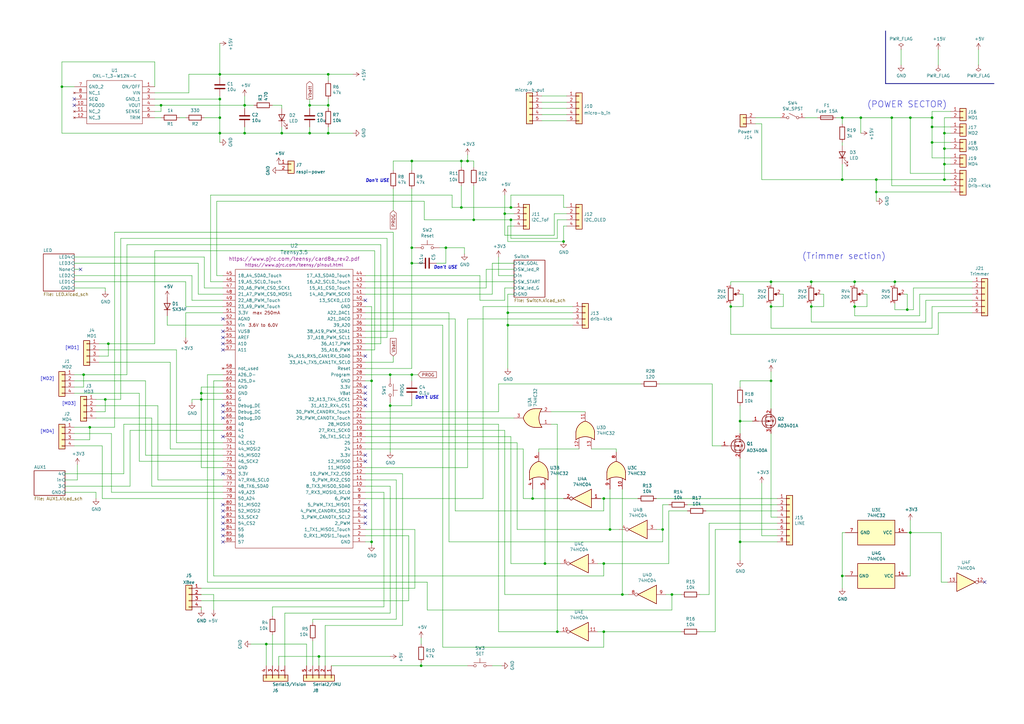
<source format=kicad_sch>
(kicad_sch (version 20211123) (generator eeschema)
  (paper "A3")
  (title_block (title "main board") (date "2022-02-20") (rev "V2.1") (company "Saeki.A"))
  (junction (at 90.17 40.64))
  (junction (at 332.74 125.73))
  (junction (at 43.18 163.83))
  (junction (at 228.6 259.08))
  (junction (at 271.78 217.17))
  (junction (at 372.11 127))
  (junction (at 209.55 90.17))
  (junction (at 359.41 78.74))
  (junction (at 250.19 217.17))
  (junction (at 209.55 85.09))
  (junction (at 387.35 54.61))
  (junction (at 172.72 273.05))
  (junction (at 168.91 107.95))
  (junction (at 82.55 161.29))
  (junction (at 82.55 163.83))
  (junction (at 387.35 67.31))
  (junction (at 168.91 66.04))
  (junction (at 66.04 43.18))
  (junction (at 275.59 243.84))
  (junction (at 247.65 259.08))
  (junction (at 247.65 231.14))
  (junction (at 134.62 54.61))
  (junction (at 299.72 125.73))
  (junction (at 134.62 43.18))
  (junction (at 134.62 30.48))
  (junction (at 152.4 222.25))
  (junction (at 353.06 48.26))
  (junction (at 191.77 66.04))
  (junction (at 303.53 222.25))
  (junction (at 373.38 48.26))
  (junction (at 208.28 133.35))
  (junction (at 332.74 115.57))
  (junction (at 359.41 73.66))
  (junction (at 207.01 87.63))
  (junction (at 115.57 54.61))
  (junction (at 208.28 128.27))
  (junction (at 100.33 54.61))
  (junction (at 255.27 243.84))
  (junction (at 218.44 204.47))
  (junction (at 345.44 236.22))
  (junction (at 373.38 218.44))
  (junction (at 303.53 172.72))
  (junction (at 365.76 48.26))
  (junction (at 316.23 115.57))
  (junction (at 130.81 269.24))
  (junction (at 247.65 204.47))
  (junction (at 231.14 99.06))
  (junction (at 168.91 153.67))
  (junction (at 223.52 231.14))
  (junction (at 387.35 60.96))
  (junction (at 316.23 156.21))
  (junction (at 160.02 153.67))
  (junction (at 34.29 153.67))
  (junction (at 382.27 52.07))
  (junction (at 109.22 264.16))
  (junction (at 44.45 140.97))
  (junction (at 168.91 101.6))
  (junction (at 100.33 43.18))
  (junction (at 367.03 115.57))
  (junction (at 189.23 66.04))
  (junction (at 90.17 30.48))
  (junction (at 350.52 115.57))
  (junction (at 189.23 85.09))
  (junction (at 194.31 90.17))
  (junction (at 152.4 156.21))
  (junction (at 382.27 58.42))
  (junction (at 387.35 73.66))
  (junction (at 127 54.61))
  (junction (at 160.02 166.37))
  (junction (at 90.17 54.61))
  (junction (at 316.23 125.73))
  (junction (at 345.44 73.66))
  (junction (at 382.27 48.26))
  (junction (at 25.4 35.56))
  (junction (at 350.52 125.73))
  (junction (at 345.44 48.26))
  (junction (at 90.17 48.26))
  (junction (at 36.83 175.26))
  (junction (at 182.88 101.6))
  (junction (at 127 43.18))
  (no_connect (at 30.48 40.64))
  (no_connect (at 149.86 158.75))
  (no_connect (at 91.44 212.09))
  (no_connect (at 91.44 166.37))
  (no_connect (at 91.44 140.97))
  (no_connect (at 91.44 209.55))
  (no_connect (at 403.86 238.76))
  (no_connect (at 149.86 207.01))
  (no_connect (at 149.86 163.83))
  (no_connect (at 91.44 171.45))
  (no_connect (at 91.44 214.63))
  (no_connect (at 149.86 123.19))
  (no_connect (at 91.44 222.25))
  (no_connect (at 149.86 166.37))
  (no_connect (at 91.44 207.01))
  (no_connect (at 91.44 138.43))
  (no_connect (at 91.44 130.81))
  (no_connect (at 149.86 161.29))
  (no_connect (at 149.86 146.05))
  (no_connect (at 33.02 110.49))
  (no_connect (at 149.86 186.69))
  (no_connect (at 91.44 217.17))
  (no_connect (at 149.86 189.23))
  (no_connect (at 91.44 168.91))
  (no_connect (at 91.44 135.89))
  (no_connect (at 149.86 212.09))
  (no_connect (at 149.86 214.63))
  (no_connect (at 91.44 179.07))
  (no_connect (at 91.44 194.31))
  (no_connect (at 91.44 143.51))
  (no_connect (at 91.44 219.71))
  (no_connect (at 30.48 43.18))
  (no_connect (at 149.86 209.55))
  (wire (pts (xy 254 217.17) (xy 250.19 217.17)))
  (wire (pts (xy 189.23 68.58) (xy 189.23 66.04)))
  (wire (pts (xy 25.4 35.56) (xy 25.4 54.61)))
  (wire (pts (xy 209.55 97.79) (xy 228.6 97.79)))
  (wire (pts (xy 149.86 115.57) (xy 210.82 115.57)))
  (wire (pts (xy 88.9 113.03) (xy 91.44 113.03)))
  (wire (pts (xy 30.48 115.57) (xy 76.2 115.57)))
  (wire (pts (xy 312.42 198.12) (xy 312.42 219.71)))
  (wire (pts (xy 398.78 118.11) (xy 374.65 118.11)))
  (wire (pts (xy 63.5 48.26) (xy 66.04 48.26)))
  (wire (pts (xy 43.18 163.83) (xy 49.53 163.83)))
  (wire (pts (xy 228.6 259.08) (xy 229.87 259.08)))
  (wire (pts (xy 242.57 184.15) (xy 252.73 184.15)))
  (wire (pts (xy 387.35 60.96) (xy 387.35 67.31)))
  (wire (pts (xy 172.72 271.78) (xy 172.72 273.05)))
  (wire (pts (xy 185.42 80.01) (xy 185.42 85.09)))
  (wire (pts (xy 355.6 120.65) (xy 355.6 125.73)))
  (wire (pts (xy 274.32 209.55) (xy 281.94 209.55)))
  (wire (pts (xy 81.28 107.95) (xy 81.28 120.65)))
  (wire (pts (xy 227.33 87.63) (xy 232.41 87.63)))
  (wire (pts (xy 161.29 95.25) (xy 161.29 135.89)))
  (wire (pts (xy 189.23 66.04) (xy 191.77 66.04)))
  (wire (pts (xy 82.55 163.83) (xy 78.74 163.83)))
  (wire (pts (xy 220.98 184.15) (xy 220.98 185.42)))
  (wire (pts (xy 309.88 50.8) (xy 312.42 50.8)))
  (wire (pts (xy 274.32 209.55) (xy 274.32 231.14)))
  (wire (pts (xy 207.01 118.11) (xy 210.82 118.11)))
  (wire (pts (xy 109.22 273.05) (xy 109.22 264.16)))
  (wire (pts (xy 134.62 30.48) (xy 144.78 30.48)))
  (wire (pts (xy 209.55 231.14) (xy 223.52 231.14)))
  (wire (pts (xy 149.86 181.61) (xy 212.09 181.61)))
  (wire (pts (xy 170.18 217.17) (xy 170.18 241.3)))
  (wire (pts (xy 40.64 140.97) (xy 44.45 140.97)))
  (wire (pts (xy 372.11 218.44) (xy 373.38 218.44)))
  (wire (pts (xy 53.34 176.53) (xy 53.34 199.39)))
  (wire (pts (xy 149.86 179.07) (xy 209.55 179.07)))
  (wire (pts (xy 321.31 120.65) (xy 321.31 125.73)))
  (wire (pts (xy 57.15 189.23) (xy 91.44 189.23)))
  (wire (pts (xy 345.44 73.66) (xy 359.41 73.66)))
  (wire (pts (xy 208.28 128.27) (xy 234.95 128.27)))
  (wire (pts (xy 78.74 163.83) (xy 78.74 165.1)))
  (wire (pts (xy 87.63 243.84) (xy 87.63 250.19)))
  (wire (pts (xy 160.02 251.46) (xy 160.02 199.39)))
  (wire (pts (xy 292.1 182.88) (xy 292.1 157.48)))
  (wire (pts (xy 196.85 113.03) (xy 196.85 123.19)))
  (wire (pts (xy 43.18 163.83) (xy 43.18 168.91)))
  (wire (pts (xy 198.12 204.47) (xy 198.12 125.73)))
  (wire (pts (xy 30.48 156.21) (xy 59.69 156.21)))
  (wire (pts (xy 172.72 273.05) (xy 191.77 273.05)))
  (wire (pts (xy 182.88 107.95) (xy 182.88 101.6)))
  (wire (pts (xy 207.01 123.19) (xy 207.01 118.11)))
  (wire (pts (xy 377.19 120.65) (xy 377.19 129.54)))
  (wire (pts (xy 149.86 168.91) (xy 204.47 168.91)))
  (wire (pts (xy 168.91 166.37) (xy 160.02 166.37)))
  (wire (pts (xy 212.09 181.61) (xy 212.09 217.17)))
  (wire (pts (xy 165.1 256.54) (xy 165.1 194.31)))
  (wire (pts (xy 160.02 153.67) (xy 168.91 153.67)))
  (wire (pts (xy 184.15 222.25) (xy 271.78 222.25)))
  (wire (pts (xy 346.71 236.22) (xy 345.44 236.22)))
  (wire (pts (xy 382.27 125.73) (xy 382.27 134.62)))
  (wire (pts (xy 86.36 115.57) (xy 91.44 115.57)))
  (wire (pts (xy 304.8 125.73) (xy 299.72 125.73)))
  (wire (pts (xy 82.55 191.77) (xy 91.44 191.77)))
  (wire (pts (xy 207.01 96.52) (xy 227.33 96.52)))
  (wire (pts (xy 350.52 129.54) (xy 350.52 125.73)))
  (wire (pts (xy 91.44 128.27) (xy 76.2 128.27)))
  (wire (pts (xy 382.27 52.07) (xy 382.27 58.42)))
  (wire (pts (xy 373.38 48.26) (xy 382.27 48.26)))
  (wire (pts (xy 168.91 153.67) (xy 168.91 156.21)))
  (wire (pts (xy 49.53 97.79) (xy 158.75 97.79)))
  (wire (pts (xy 26.67 196.85) (xy 31.75 196.85)))
  (wire (pts (xy 152.4 156.21) (xy 152.4 125.73)))
  (wire (pts (xy 365.76 48.26) (xy 373.38 48.26)))
  (wire (pts (xy 345.44 58.42) (xy 345.44 59.69)))
  (wire (pts (xy 149.86 118.11) (xy 199.39 118.11)))
  (wire (pts (xy 30.48 107.95) (xy 81.28 107.95)))
  (wire (pts (xy 345.44 236.22) (xy 345.44 241.3)))
  (wire (pts (xy 204.47 113.03) (xy 204.47 105.41)))
  (wire (pts (xy 182.88 101.6) (xy 190.5 101.6)))
  (wire (pts (xy 386.08 238.76) (xy 388.62 238.76)))
  (wire (pts (xy 250.19 200.66) (xy 250.19 217.17)))
  (wire (pts (xy 204.47 157.48) (xy 262.89 157.48)))
  (wire (pts (xy 312.42 50.8) (xy 312.42 73.66)))
  (wire (pts (xy 210.82 120.65) (xy 208.28 120.65)))
  (wire (pts (xy 387.35 73.66) (xy 389.89 73.66)))
  (wire (pts (xy 134.62 52.07) (xy 134.62 54.61)))
  (wire (pts (xy 270.51 157.48) (xy 292.1 157.48)))
  (wire (pts (xy 90.17 48.26) (xy 90.17 54.61)))
  (wire (pts (xy 208.28 128.27) (xy 208.28 133.35)))
  (wire (pts (xy 134.62 30.48) (xy 134.62 33.02)))
  (wire (pts (xy 189.23 85.09) (xy 209.55 85.09)))
  (wire (pts (xy 90.17 54.61) (xy 100.33 54.61)))
  (wire (pts (xy 222.25 46.99) (xy 232.41 46.99)))
  (wire (pts (xy 214.63 184.15) (xy 214.63 204.47)))
  (wire (pts (xy 186.69 209.55) (xy 247.65 209.55)))
  (wire (pts (xy 387.35 67.31) (xy 389.89 67.31)))
  (wire (pts (xy 345.44 48.26) (xy 353.06 48.26)))
  (wire (pts (xy 40.64 146.05) (xy 44.45 146.05)))
  (wire (pts (xy 68.58 129.54) (xy 68.58 133.35)))
  (wire (pts (xy 63.5 102.87) (xy 63.5 140.97)))
  (wire (pts (xy 30.48 113.03) (xy 78.74 113.03)))
  (wire (pts (xy 191.77 63.5) (xy 191.77 66.04)))
  (wire (pts (xy 116.84 273.05) (xy 116.84 251.46)))
  (wire (pts (xy 173.99 90.17) (xy 194.31 90.17)))
  (wire (pts (xy 359.41 78.74) (xy 389.89 78.74)))
  (wire (pts (xy 30.48 175.26) (xy 36.83 175.26)))
  (wire (pts (xy 247.65 265.43) (xy 247.65 259.08)))
  (wire (pts (xy 295.91 182.88) (xy 292.1 182.88)))
  (wire (pts (xy 127 44.45) (xy 127 43.18)))
  (wire (pts (xy 184.15 128.27) (xy 184.15 222.25)))
  (wire (pts (xy 30.48 180.34) (xy 36.83 180.34)))
  (wire (pts (xy 87.63 236.22) (xy 247.65 236.22)))
  (wire (pts (xy 209.55 179.07) (xy 209.55 231.14)))
  (wire (pts (xy 44.45 140.97) (xy 44.45 146.05)))
  (wire (pts (xy 134.62 54.61) (xy 144.78 54.61)))
  (wire (pts (xy 91.44 161.29) (xy 82.55 161.29)))
  (wire (pts (xy 204.47 168.91) (xy 204.47 157.48)))
  (wire (pts (xy 111.76 43.18) (xy 115.57 43.18)))
  (wire (pts (xy 30.48 158.75) (xy 34.29 158.75)))
  (wire (pts (xy 382.27 134.62) (xy 316.23 134.62)))
  (wire (pts (xy 209.55 85.09) (xy 210.82 85.09)))
  (wire (pts (xy 316.23 177.8) (xy 316.23 212.09)))
  (wire (pts (xy 72.39 143.51) (xy 72.39 181.61)))
  (wire (pts (xy 367.03 115.57) (xy 367.03 116.84)))
  (wire (pts (xy 332.74 115.57) (xy 332.74 116.84)))
  (wire (pts (xy 68.58 133.35) (xy 91.44 133.35)))
  (wire (pts (xy 299.72 125.73) (xy 299.72 124.46)))
  (wire (pts (xy 90.17 39.37) (xy 90.17 40.64)))
  (wire (pts (xy 204.47 259.08) (xy 228.6 259.08)))
  (wire (pts (xy 372.11 120.65) (xy 370.84 120.65)))
  (wire (pts (xy 194.31 76.2) (xy 194.31 90.17)))
  (wire (pts (xy 345.44 218.44) (xy 345.44 236.22)))
  (wire (pts (xy 73.66 48.26) (xy 76.2 48.26)))
  (wire (pts (xy 247.65 204.47) (xy 261.62 204.47)))
  (wire (pts (xy 78.74 123.19) (xy 91.44 123.19)))
  (wire (pts (xy 111.76 248.92) (xy 157.48 248.92)))
  (wire (pts (xy 316.23 115.57) (xy 332.74 115.57)))
  (wire (pts (xy 269.24 204.47) (xy 318.77 204.47)))
  (wire (pts (xy 299.72 137.16) (xy 384.81 137.16)))
  (wire (pts (xy 275.59 250.19) (xy 275.59 243.84)))
  (wire (pts (xy 245.11 231.14) (xy 247.65 231.14)))
  (wire (pts (xy 30.48 35.56) (xy 25.4 35.56)))
  (wire (pts (xy 293.37 217.17) (xy 293.37 259.08)))
  (wire (pts (xy 168.91 101.6) (xy 168.91 107.95)))
  (wire (pts (xy 367.03 115.57) (xy 398.78 115.57)))
  (wire (pts (xy 209.55 90.17) (xy 209.55 97.79)))
  (wire (pts (xy 156.21 140.97) (xy 149.86 140.97)))
  (wire (pts (xy 389.89 48.26) (xy 387.35 48.26)))
  (wire (pts (xy 223.52 200.66) (xy 223.52 231.14)))
  (wire (pts (xy 30.48 161.29) (xy 57.15 161.29)))
  (wire (pts (xy 25.4 54.61) (xy 90.17 54.61)))
  (wire (pts (xy 255.27 200.66) (xy 255.27 243.84)))
  (wire (pts (xy 222.25 41.91) (xy 232.41 41.91)))
  (wire (pts (xy 81.28 120.65) (xy 91.44 120.65)))
  (wire (pts (xy 312.42 73.66) (xy 345.44 73.66)))
  (wire (pts (xy 201.93 273.05) (xy 205.74 273.05)))
  (wire (pts (xy 168.91 163.83) (xy 168.91 166.37)))
  (wire (pts (xy 50.8 173.99) (xy 50.8 194.31)))
  (wire (pts (xy 218.44 204.47) (xy 214.63 204.47)))
  (wire (pts (xy 175.26 238.76) (xy 175.26 250.19)))
  (wire (pts (xy 91.44 158.75) (xy 82.55 158.75)))
  (wire (pts (xy 332.74 132.08) (xy 332.74 125.73)))
  (wire (pts (xy 69.85 184.15) (xy 91.44 184.15)))
  (wire (pts (xy 52.07 100.33) (xy 156.21 100.33)))
  (wire (pts (xy 100.33 43.18) (xy 100.33 44.45)))
  (wire (pts (xy 194.31 66.04) (xy 194.31 68.58)))
  (wire (pts (xy 127 54.61) (xy 134.62 54.61)))
  (wire (pts (xy 168.91 69.85) (xy 168.91 66.04)))
  (wire (pts (xy 353.06 48.26) (xy 365.76 48.26)))
  (wire (pts (xy 318.77 214.63) (xy 290.83 214.63)))
  (wire (pts (xy 342.9 48.26) (xy 345.44 48.26)))
  (wire (pts (xy 39.37 163.83) (xy 43.18 163.83)))
  (wire (pts (xy 389.89 58.42) (xy 382.27 58.42)))
  (wire (pts (xy 41.91 204.47) (xy 91.44 204.47)))
  (wire (pts (xy 209.55 80.01) (xy 231.14 80.01)))
  (wire (pts (xy 160.02 153.67) (xy 160.02 154.94)))
  (wire (pts (xy 386.08 218.44) (xy 386.08 238.76)))
  (wire (pts (xy 181.61 133.35) (xy 181.61 265.43)))
  (wire (pts (xy 162.56 254) (xy 162.56 196.85)))
  (wire (pts (xy 88.9 82.55) (xy 88.9 113.03)))
  (wire (pts (xy 30.48 118.11) (xy 43.18 118.11)))
  (wire (pts (xy 382.27 64.77) (xy 382.27 58.42)))
  (wire (pts (xy 303.53 158.75) (xy 303.53 156.21)))
  (wire (pts (xy 90.17 30.48) (xy 134.62 30.48)))
  (wire (pts (xy 365.76 76.2) (xy 389.89 76.2)))
  (bus (pts (xy 363.22 34.29) (xy 407.67 34.29)))
  (wire (pts (xy 59.69 156.21) (xy 59.69 186.69)))
  (wire (pts (xy 86.36 80.01) (xy 185.42 80.01)))
  (wire (pts (xy 91.44 153.67) (xy 85.09 153.67)))
  (wire (pts (xy 350.52 125.73) (xy 350.52 124.46)))
  (wire (pts (xy 43.18 168.91) (xy 39.37 168.91)))
  (wire (pts (xy 384.81 20.32) (xy 384.81 26.67)))
  (wire (pts (xy 76.2 125.73) (xy 91.44 125.73)))
  (wire (pts (xy 82.55 246.38) (xy 167.64 246.38)))
  (wire (pts (xy 234.95 125.73) (xy 198.12 125.73)))
  (wire (pts (xy 231.14 85.09) (xy 232.41 85.09)))
  (wire (pts (xy 153.67 143.51) (xy 149.86 143.51)))
  (wire (pts (xy 290.83 243.84) (xy 287.02 243.84)))
  (wire (pts (xy 355.6 120.65) (xy 354.33 120.65)))
  (wire (pts (xy 318.77 212.09) (xy 316.23 212.09)))
  (wire (pts (xy 91.44 173.99) (xy 50.8 173.99)))
  (wire (pts (xy 134.62 43.18) (xy 134.62 44.45)))
  (wire (pts (xy 115.57 43.18) (xy 115.57 44.45)))
  (wire (pts (xy 160.02 165.1) (xy 160.02 166.37)))
  (wire (pts (xy 30.48 110.49) (xy 33.02 110.49)))
  (wire (pts (xy 207.01 243.84) (xy 255.27 243.84)))
  (wire (pts (xy 50.8 194.31) (xy 26.67 194.31)))
  (wire (pts (xy 63.5 40.64) (xy 90.17 40.64)))
  (wire (pts (xy 152.4 125.73) (xy 149.86 125.73)))
  (wire (pts (xy 39.37 166.37) (xy 64.77 166.37)))
  (wire (pts (xy 332.74 115.57) (xy 350.52 115.57)))
  (wire (pts (xy 384.81 128.27) (xy 384.81 137.16)))
  (wire (pts (xy 130.81 269.24) (xy 130.81 273.05)))
  (wire (pts (xy 168.91 66.04) (xy 189.23 66.04)))
  (wire (pts (xy 87.63 156.21) (xy 87.63 236.22)))
  (wire (pts (xy 149.86 217.17) (xy 170.18 217.17)))
  (wire (pts (xy 127 52.07) (xy 127 54.61)))
  (wire (pts (xy 91.44 156.21) (xy 87.63 156.21)))
  (wire (pts (xy 30.48 153.67) (xy 34.29 153.67)))
  (wire (pts (xy 346.71 218.44) (xy 345.44 218.44)))
  (wire (pts (xy 173.99 90.17) (xy 173.99 82.55)))
  (wire (pts (xy 379.73 132.08) (xy 332.74 132.08)))
  (wire (pts (xy 199.39 110.49) (xy 210.82 110.49)))
  (wire (pts (xy 100.33 54.61) (xy 115.57 54.61)))
  (wire (pts (xy 185.42 85.09) (xy 189.23 85.09)))
  (wire (pts (xy 382.27 52.07) (xy 389.89 52.07)))
  (wire (pts (xy 168.91 153.67) (xy 171.45 153.67)))
  (wire (pts (xy 90.17 17.78) (xy 90.17 30.48)))
  (wire (pts (xy 196.85 123.19) (xy 207.01 123.19)))
  (wire (pts (xy 49.53 163.83) (xy 49.53 97.79)))
  (wire (pts (xy 149.86 204.47) (xy 198.12 204.47)))
  (wire (pts (xy 337.82 120.65) (xy 337.82 125.73)))
  (wire (pts (xy 173.99 82.55) (xy 88.9 82.55)))
  (wire (pts (xy 30.48 182.88) (xy 41.91 182.88)))
  (wire (pts (xy 76.2 115.57) (xy 76.2 125.73)))
  (wire (pts (xy 149.86 173.99) (xy 204.47 173.99)))
  (wire (pts (xy 86.36 80.01) (xy 86.36 115.57)))
  (wire (pts (xy 149.86 120.65) (xy 201.93 120.65)))
  (wire (pts (xy 250.19 217.17) (xy 212.09 217.17)))
  (wire (pts (xy 350.52 115.57) (xy 350.52 116.84)))
  (wire (pts (xy 165.1 194.31) (xy 149.86 194.31)))
  (wire (pts (xy 247.65 231.14) (xy 274.32 231.14)))
  (wire (pts (xy 161.29 69.85) (xy 161.29 66.04)))
  (wire (pts (xy 398.78 125.73) (xy 382.27 125.73)))
  (wire (pts (xy 204.47 173.99) (xy 204.47 259.08)))
  (wire (pts (xy 210.82 92.71) (xy 208.28 92.71)))
  (wire (pts (xy 231.14 99.06) (xy 231.14 92.71)))
  (wire (pts (xy 218.44 200.66) (xy 218.44 204.47)))
  (wire (pts (xy 100.33 39.37) (xy 100.33 43.18)))
  (wire (pts (xy 52.07 153.67) (xy 52.07 100.33)))
  (wire (pts (xy 299.72 115.57) (xy 316.23 115.57)))
  (wire (pts (xy 26.67 201.93) (xy 39.37 201.93)))
  (wire (pts (xy 149.86 156.21) (xy 152.4 156.21)))
  (wire (pts (xy 398.78 128.27) (xy 384.81 128.27)))
  (wire (pts (xy 316.23 152.4) (xy 316.23 156.21)))
  (wire (pts (xy 82.55 158.75) (xy 82.55 161.29)))
  (wire (pts (xy 279.4 259.08) (xy 247.65 259.08)))
  (wire (pts (xy 209.55 90.17) (xy 210.82 90.17)))
  (wire (pts (xy 69.85 148.59) (xy 69.85 184.15)))
  (wire (pts (xy 316.23 125.73) (xy 316.23 124.46)))
  (wire (pts (xy 115.57 52.07) (xy 115.57 54.61)))
  (wire (pts (xy 77.47 30.48) (xy 90.17 30.48)))
  (wire (pts (xy 149.86 148.59) (xy 161.29 148.59)))
  (wire (pts (xy 45.72 201.93) (xy 91.44 201.93)))
  (wire (pts (xy 373.38 218.44) (xy 386.08 218.44)))
  (wire (pts (xy 269.24 217.17) (xy 271.78 217.17)))
  (wire (pts (xy 318.77 217.17) (xy 293.37 217.17)))
  (wire (pts (xy 226.06 168.91) (xy 240.03 168.91)))
  (wire (pts (xy 66.04 43.18) (xy 100.33 43.18)))
  (wire (pts (xy 271.78 217.17) (xy 271.78 207.01)))
  (wire (pts (xy 31.75 196.85) (xy 31.75 190.5)))
  (wire (pts (xy 373.38 71.12) (xy 389.89 71.12)))
  (wire (pts (xy 128.27 273.05) (xy 128.27 262.89)))
  (wire (pts (xy 63.5 45.72) (xy 66.04 45.72)))
  (wire (pts (xy 337.82 120.65) (xy 336.55 120.65)))
  (wire (pts (xy 316.23 115.57) (xy 316.23 116.84)))
  (wire (pts (xy 281.94 207.01) (xy 318.77 207.01)))
  (wire (pts (xy 168.91 107.95) (xy 168.91 151.13)))
  (wire (pts (xy 246.38 204.47) (xy 247.65 204.47)))
  (wire (pts (xy 372.11 127) (xy 367.03 127)))
  (wire (pts (xy 63.5 43.18) (xy 66.04 43.18)))
  (wire (pts (xy 167.64 219.71) (xy 149.86 219.71)))
  (wire (pts (xy 227.33 87.63) (xy 227.33 96.52)))
  (wire (pts (xy 374.65 118.11) (xy 374.65 127)))
  (wire (pts (xy 279.4 243.84) (xy 275.59 243.84)))
  (wire (pts (xy 83.82 105.41) (xy 83.82 118.11)))
  (wire (pts (xy 168.91 101.6) (xy 170.18 101.6)))
  (wire (pts (xy 293.37 259.08) (xy 287.02 259.08)))
  (wire (pts (xy 201.93 120.65) (xy 201.93 107.95)))
  (wire (pts (xy 149.86 184.15) (xy 214.63 184.15)))
  (wire (pts (xy 36.83 175.26) (xy 46.99 175.26)))
  (wire (pts (xy 158.75 138.43) (xy 149.86 138.43)))
  (wire (pts (xy 62.23 171.45) (xy 62.23 199.39)))
  (wire (pts (xy 46.99 175.26) (xy 46.99 95.25)))
  (wire (pts (xy 149.86 133.35) (xy 181.61 133.35)))
  (wire (pts (xy 359.41 73.66) (xy 387.35 73.66)))
  (wire (pts (xy 222.25 39.37) (xy 232.41 39.37)))
  (wire (pts (xy 304.8 120.65) (xy 304.8 125.73)))
  (wire (pts (xy 207.01 80.01) (xy 207.01 87.63)))
  (wire (pts (xy 161.29 148.59) (xy 161.29 146.05)))
  (wire (pts (xy 304.8 120.65) (xy 303.53 120.65)))
  (wire (pts (xy 387.35 67.31) (xy 387.35 73.66)))
  (wire (pts (xy 316.23 156.21) (xy 316.23 167.64)))
  (wire (pts (xy 231.14 204.47) (xy 218.44 204.47)))
  (wire (pts (xy 152.4 222.25) (xy 152.4 223.52)))
  (wire (pts (xy 40.64 143.51) (xy 72.39 143.51)))
  (wire (pts (xy 398.78 123.19) (xy 379.73 123.19)))
  (wire (pts (xy 85.09 238.76) (xy 175.26 238.76)))
  (wire (pts (xy 303.53 187.96) (xy 303.53 222.25)))
  (wire (pts (xy 171.45 107.95) (xy 168.91 107.95)))
  (wire (pts (xy 149.86 128.27) (xy 184.15 128.27)))
  (wire (pts (xy 91.44 163.83) (xy 82.55 163.83)))
  (wire (pts (xy 34.29 158.75) (xy 34.29 153.67)))
  (wire (pts (xy 374.65 127) (xy 372.11 127)))
  (wire (pts (xy 158.75 97.79) (xy 158.75 138.43)))
  (wire (pts (xy 115.57 54.61) (xy 127 54.61)))
  (wire (pts (xy 398.78 120.65) (xy 377.19 120.65)))
  (wire (pts (xy 303.53 222.25) (xy 318.77 222.25)))
  (wire (pts (xy 222.25 44.45) (xy 232.41 44.45)))
  (wire (pts (xy 401.32 20.32) (xy 401.32 26.67)))
  (wire (pts (xy 208.28 99.06) (xy 231.14 99.06)))
  (wire (pts (xy 191.77 130.81) (xy 191.77 191.77)))
  (wire (pts (xy 168.91 66.04) (xy 161.29 66.04)))
  (wire (pts (xy 156.21 100.33) (xy 156.21 140.97)))
  (wire (pts (xy 82.55 250.19) (xy 82.55 248.92)))
  (wire (pts (xy 128.27 255.27) (xy 128.27 254)))
  (wire (pts (xy 30.48 177.8) (xy 45.72 177.8)))
  (wire (pts (xy 359.41 82.55) (xy 359.41 78.74)))
  (wire (pts (xy 53.34 199.39) (xy 26.67 199.39)))
  (wire (pts (xy 30.48 105.41) (xy 83.82 105.41)))
  (wire (pts (xy 76.2 128.27) (xy 76.2 138.43)))
  (wire (pts (xy 64.77 166.37) (xy 64.77 196.85)))
  (wire (pts (xy 153.67 102.87) (xy 153.67 143.51)))
  (wire (pts (xy 134.62 40.64) (xy 134.62 43.18)))
  (wire (pts (xy 229.87 231.14) (xy 223.52 231.14)))
  (wire (pts (xy 303.53 222.25) (xy 303.53 229.87)))
  (wire (pts (xy 303.53 156.21) (xy 316.23 156.21)))
  (wire (pts (xy 373.38 218.44) (xy 373.38 236.22)))
  (wire (pts (xy 82.55 163.83) (xy 82.55 191.77)))
  (wire (pts (xy 303.53 172.72) (xy 308.61 172.72)))
  (wire (pts (xy 355.6 125.73) (xy 350.52 125.73)))
  (wire (pts (xy 64.77 196.85) (xy 91.44 196.85)))
  (wire (pts (xy 208.28 120.65) (xy 208.28 128.27)))
  (wire (pts (xy 345.44 48.26) (xy 345.44 50.8)))
  (wire (pts (xy 25.4 25.4) (xy 25.4 35.56)))
  (wire (pts (xy 255.27 243.84) (xy 257.81 243.84)))
  (wire (pts (xy 161.29 77.47) (xy 161.29 86.36)))
  (wire (pts (xy 162.56 196.85) (xy 149.86 196.85)))
  (wire (pts (xy 365.76 76.2) (xy 365.76 48.26)))
  (wire (pts (xy 152.4 222.25) (xy 152.4 156.21)))
  (wire (pts (xy 63.5 102.87) (xy 153.67 102.87)))
  (wire (pts (xy 389.89 45.72) (xy 382.27 45.72)))
  (wire (pts (xy 208.28 92.71) (xy 208.28 99.06)))
  (wire (pts (xy 46.99 95.25) (xy 161.29 95.25)))
  (wire (pts (xy 179.07 107.95) (xy 182.88 107.95)))
  (wire (pts (xy 228.6 173.99) (xy 228.6 259.08)))
  (wire (pts (xy 39.37 201.93) (xy 39.37 204.47)))
  (wire (pts (xy 45.72 177.8) (xy 45.72 201.93)))
  (wire (pts (xy 222.25 49.53) (xy 232.41 49.53)))
  (wire (pts (xy 379.73 123.19) (xy 379.73 132.08)))
  (wire (pts (xy 100.33 52.07) (xy 100.33 54.61)))
  (wire (pts (xy 309.88 48.26) (xy 320.04 48.26)))
  (wire (pts (xy 172.72 261.62) (xy 172.72 264.16)))
  (wire (pts (xy 303.53 166.37) (xy 303.53 172.72)))
  (bus (pts (xy 363.22 12.7) (xy 363.22 34.29)))
  (wire (pts (xy 90.17 54.61) (xy 90.17 58.42)))
  (wire (pts (xy 209.55 85.09) (xy 209.55 80.01)))
  (wire (pts (xy 85.09 153.67) (xy 85.09 238.76)))
  (wire (pts (xy 149.86 113.03) (xy 196.85 113.03)))
  (wire (pts (xy 201.93 107.95) (xy 210.82 107.95)))
  (wire (pts (xy 157.48 201.93) (xy 149.86 201.93)))
  (wire (pts (xy 34.29 153.67) (xy 52.07 153.67)))
  (wire (pts (xy 127 43.18) (xy 134.62 43.18)))
  (wire (pts (xy 66.04 45.72) (xy 66.04 43.18)))
  (wire (pts (xy 382.27 48.26) (xy 382.27 52.07)))
  (wire (pts (xy 125.73 273.05) (xy 125.73 264.16)))
  (wire (pts (xy 387.35 54.61) (xy 389.89 54.61)))
  (wire (pts (xy 130.81 269.24) (xy 114.3 269.24)))
  (wire (pts (xy 39.37 171.45) (xy 62.23 171.45)))
  (wire (pts (xy 62.23 199.39) (xy 91.44 199.39)))
  (wire (pts (xy 207.01 176.53) (xy 207.01 243.84)))
  (wire (pts (xy 114.3 269.24) (xy 114.3 273.05)))
  (wire (pts (xy 109.22 264.16) (xy 102.87 264.16)))
  (wire (pts (xy 175.26 250.19) (xy 275.59 250.19)))
  (wire (pts (xy 160.02 199.39) (xy 149.86 199.39)))
  (wire (pts (xy 40.64 148.59) (xy 69.85 148.59)))
  (wire (pts (xy 210.82 113.03) (xy 204.47 113.03)))
  (wire (pts (xy 125.73 264.16) (xy 109.22 264.16)))
  (wire (pts (xy 289.56 209.55) (xy 318.77 209.55)))
  (wire (pts (xy 135.89 273.05) (xy 172.72 273.05)))
  (wire (pts (xy 57.15 161.29) (xy 57.15 189.23)))
  (wire (pts (xy 252.73 184.15) (xy 252.73 185.42)))
  (wire (pts (xy 226.06 173.99) (xy 228.6 173.99)))
  (wire (pts (xy 189.23 76.2) (xy 189.23 85.09)))
  (wire (pts (xy 82.55 161.29) (xy 82.55 163.83)))
  (wire (pts (xy 330.2 48.26) (xy 335.28 48.26)))
  (wire (pts (xy 83.82 118.11) (xy 91.44 118.11)))
  (wire (pts (xy 247.65 259.08) (xy 245.11 259.08)))
  (wire (pts (xy 111.76 260.35) (xy 111.76 273.05)))
  (wire (pts (xy 116.84 251.46) (xy 160.02 251.46)))
  (wire (pts (xy 180.34 101.6) (xy 182.88 101.6)))
  (wire (pts (xy 271.78 207.01) (xy 274.32 207.01)))
  (wire (pts (xy 382.27 45.72) (xy 382.27 48.26)))
  (wire (pts (xy 43.18 118.11) (xy 43.18 119.38)))
  (wire (pts (xy 275.59 243.84) (xy 273.05 243.84)))
  (wire (pts (xy 377.19 129.54) (xy 350.52 129.54)))
  (wire (pts (xy 111.76 248.92) (xy 111.76 252.73)))
  (wire (pts (xy 290.83 214.63) (xy 290.83 243.84)))
  (wire (pts (xy 369.57 20.32) (xy 369.57 26.67)))
  (wire (pts (xy 207.01 87.63) (xy 207.01 96.52)))
  (wire (pts (xy 59.69 186.69) (xy 91.44 186.69)))
  (wire (pts (xy 82.55 243.84) (xy 87.63 243.84)))
  (wire (pts (xy 299.72 137.16) (xy 299.72 125.73)))
  (wire (pts (xy 149.86 171.45) (xy 210.82 171.45)))
  (wire (pts (xy 373.38 48.26) (xy 373.38 71.12)))
  (wire (pts (xy 387.35 48.26) (xy 387.35 54.61)))
  (wire (pts (xy 186.69 130.81) (xy 186.69 209.55)))
  (wire (pts (xy 321.31 120.65) (xy 320.04 120.65)))
  (wire (pts (xy 228.6 90.17) (xy 232.41 90.17)))
  (wire (pts (xy 83.82 48.26) (xy 90.17 48.26)))
  (wire (pts (xy 194.31 90.17) (xy 209.55 90.17)))
  (wire (pts (xy 299.72 115.57) (xy 299.72 116.84)))
  (wire (pts (xy 332.74 125.73) (xy 332.74 124.46)))
  (wire (pts (xy 149.86 153.67) (xy 160.02 153.67)))
  (wire (pts (xy 63.5 35.56) (xy 63.5 25.4)))
  (wire (pts (xy 63.5 25.4) (xy 25.4 25.4)))
  (wire (pts (xy 127 40.64) (xy 127 43.18)))
  (wire (pts (xy 72.39 181.61) (xy 91.44 181.61)))
  (wire (pts (xy 345.44 67.31) (xy 345.44 73.66)))
  (wire (pts (xy 130.81 269.24) (xy 160.02 269.24)))
  (wire (pts (xy 191.77 66.04) (xy 194.31 66.04)))
  (wire (pts (xy 373.38 218.44) (xy 373.38 213.36)))
  (wire (pts (xy 128.27 254) (xy 162.56 254)))
  (wire (pts (xy 190.5 101.6) (xy 190.5 104.14)))
  (wire (pts (xy 247.65 209.55) (xy 247.65 204.47)))
  (wire (pts (xy 207.01 87.63) (xy 210.82 87.63)))
  (wire (pts (xy 372.11 120.65) (xy 372.11 127)))
  (wire (pts (xy 208.28 133.35) (xy 208.28 151.13)))
  (wire (pts (xy 350.52 115.57) (xy 367.03 115.57)))
  (wire (pts (xy 231.14 80.01) (xy 231.14 85.09)))
  (wire (pts (xy 208.28 133.35) (xy 234.95 133.35)))
  (wire (pts (xy 160.02 166.37) (xy 160.02 185.42)))
  (wire (pts (xy 373.38 236.22) (xy 372.11 236.22)))
  (wire (pts (xy 63.5 38.1) (xy 77.47 38.1)))
  (wire (pts (xy 303.53 172.72) (xy 303.53 177.8)))
  (wire (pts (xy 149.86 176.53) (xy 207.01 176.53)))
  (wire (pts (xy 337.82 125.73) (xy 332.74 125.73)))
  (wire (pts (xy 149.86 222.25) (xy 152.4 222.25)))
  (wire (pts (xy 36.83 180.34) (xy 36.83 175.26)))
  (wire (pts (xy 353.06 48.26) (xy 353.06 54.61)))
  (wire (pts (xy 167.64 219.71) (xy 167.64 246.38)))
  (wire (pts (xy 133.35 256.54) (xy 165.1 256.54)))
  (wire (pts (xy 312.42 219.71) (xy 318.77 219.71)))
  (wire (pts (xy 359.41 78.74) (xy 359.41 73.66)))
  (wire (pts (xy 168.91 151.13) (xy 149.86 151.13)))
  (wire (pts (xy 228.6 90.17) (xy 228.6 97.79)))
  (wire (pts (xy 41.91 182.88) (xy 41.91 204.47)))
  (wire (pts (xy 133.35 256.54) (xy 133.35 273.05)))
  (wire (pts (xy 82.55 241.3) (xy 170.18 241.3)))
  (wire (pts (xy 387.35 54.61) (xy 387.35 60.96)))
  (wire (pts (xy 91.44 176.53) (xy 53.34 176.53)))
  (wire (pts (xy 387.35 60.96) (xy 389.89 60.96)))
  (wire (pts (xy 161.29 135.89) (xy 149.86 135.89)))
  (wire (pts (xy 237.49 184.15) (xy 220.98 184.15)))
  (wire (pts (xy 231.14 92.71) (xy 232.41 92.71)))
  (wire (pts (xy 90.17 40.64) (xy 90.17 48.26)))
  (wire (pts (xy 316.23 134.62) (xy 316.23 125.73)))
  (wire (pts (xy 247.65 236.22) (xy 247.65 231.14)))
  (wire (pts (xy 100.33 43.18) (xy 104.14 43.18)))
  (wire (pts (xy 157.48 248.92) (xy 157.48 201.93)))
  (wire (pts (xy 63.5 140.97) (xy 44.45 140.97)))
  (wire (pts (xy 199.39 118.11) (xy 199.39 110.49)))
  (wire (pts (xy 321.31 125.73) (xy 316.23 125.73)))
  (wire (pts (xy 389.89 64.77) (xy 382.27 64.77)))
  (wire (pts (xy 271.78 222.25) (xy 271.78 217.17)))
  (wire (pts (xy 234.95 130.81) (xy 191.77 130.81)))
  (wire (pts (xy 149.86 130.81) (xy 186.69 130.81)))
  (wire (pts (xy 90.17 31.75) (xy 90.17 30.48)))
  (wire (pts (xy 77.47 30.48) (xy 77.47 38.1)))
  (wire (pts (xy 181.61 265.43) (xy 247.65 265.43)))
  (wire (pts (xy 367.03 127) (xy 367.03 124.46)))
  (wire (pts (xy 168.91 77.47) (xy 168.91 101.6)))
  (wire (pts (xy 78.74 113.03) (xy 78.74 123.19)))
  (wire (pts (xy 191.77 191.77) (xy 149.86 191.77)))
  (text "(POWER SECTOR)" (at 355.6 44.45 0) (effects (font (size 2.54 2.54)) (justify left bottom)))
  (text "(Trimmer section)" (at 328.93 106.68 0) (effects (font (size 2.54 2.54)) (justify left bottom)))
  (text "Don't USE" (at 170.18 163.83 0) (effects (font (size 1.27 1.27) (thickness 0.254) bold italic) (justify left bottom)))
  (text "[MD3]" (at 25.4 166.37 0) (effects (font (size 1.27 1.27)) (justify left bottom)))
  (text "[MD2]" (at 16.51 156.21 0) (effects (font (size 1.27 1.27)) (justify left bottom)))
  (text "Don't USE" (at 177.8 110.49 0) (effects (font (size 1.27 1.27) (thickness 0.254) bold italic) (justify left bottom)))
  (text "[MD1]" (at 26.67 143.51 0) (effects (font (size 1.27 1.27)) (justify left bottom)))
  (text "Don't USE" (at 149.86 74.93 0) (effects (font (size 1.27 1.27) (thickness 0.254) bold italic) (justify left bottom)))
  (text "[MD4]" (at 16.51 177.8 0) (effects (font (size 1.27 1.27)) (justify left bottom)))
  (global_label "Vbatt" (shape input) (at 161.29 146.05 90) (property "Intersheet References" "${INTERSHEET_REFS}" (effects hide)))
  (global_label "PROG" (shape input) (at 161.29 86.36 270) (property "Intersheet References" "${INTERSHEET_REFS}" (effects hide)))
  (global_label "PROG" (shape input) (at 171.45 153.67 0) (property "Intersheet References" "${INTERSHEET_REFS}" (effects hide)))
  (global_label "Vbatt" (shape output) (at 127 40.64 90) (property "Intersheet References" "${INTERSHEET_REFS}" (effects hide)))
  (symbol (lib_id "0.main.mega:C") (at 90.17 35.56 0) (unit 1)
    (property "Reference" "C1" (at 93.091 34.3916 0) (effects (justify left)))
    (property "Value" "10u" (at 93.091 36.703 0) (effects (justify left)))
    (property "Footprint" "Capacitor_SMD:C_0603_1608Metric_Pad1.08x0.95mm_HandSolder" (effects hide))
  )
  (symbol (lib_id "0.main.mega:C") (at 100.33 48.26 0) (unit 1)
    (property "Reference" "C2" (at 103.251 47.0916 0) (effects (justify left)))
    (property "Value" "10u" (at 103.251 49.403 0) (effects (justify left)))
    (property "Footprint" "Capacitor_SMD:C_0603_1608Metric_Pad1.08x0.95mm_HandSolder" (effects hide))
  )
  (symbol (lib_id "0.main.mega:OKL-T_6-W12N-C") (at 63.5 35.56 0) (mirror y) (unit 1)
    (property "Reference" "U1" (at 46.99 28.829 0))
    (property "Value" "OKL-T_3-W12N-C" (at 46.99 31.1404 0))
    (property "Footprint" "0.main.robot:OKL-T3-W12N-C" (effects hide))
    (property "Description" "MURATA POWER SOLUTIONS - OKL-T/6-W12N-C - DC/DC CONVERTER, 30W, ADJ OUTPUT" (effects hide))
    (property "Manufacturer_Name" "Murata Electronics" (effects hide))
    (property "Manufacturer_Part_Number" "OKL-T/6-W12N-C" (effects hide))
    (property "Mouser Part Number" "580-OKL-T/6-W12N-C" (effects hide))
    (property "Mouser Price/Stock" "https://www.mouser.com/Search/Refine.aspx?Keyword=580-OKL-T%2F6-W12N-C" (effects hide))
    (property "RS Part Number" "1736944P" (effects hide))
    (property "RS Price/Stock" "http://uk.rs-online.com/web/p/products/1736944P" (effects hide))
  )
  (symbol (lib_id "power:+5V") (at 316.23 152.4 0) (unit 1)
    (property "Reference" "#PWR030" (effects hide))
    (property "Value" "+5V" (at 316.611 148.0058 0))
  )
  (symbol (lib_id "power:GND") (at 303.53 229.87 0) (unit 1)
    (property "Reference" "#PWR028" (effects hide))
    (property "Value" "GND" (at 303.657 234.2642 0))
  )
  (symbol (lib_id "0.main.mega:Conn_01x04") (at 215.9 87.63 0) (unit 1)
    (property "Reference" "J11" (at 217.932 87.8332 0) (effects (justify left)))
    (property "Value" "I2C_ToF" (at 217.932 90.1446 0) (effects (justify left)))
    (property "Footprint" "0.main.robot:JSTS4B-ZRLFSN" (effects hide))
  )
  (symbol (lib_id "0.main.mega:R") (at 189.23 72.39 0) (unit 1)
    (property "Reference" "R11" (at 184.15 71.12 0) (effects (justify left)))
    (property "Value" "10k" (at 184.15 73.66 0) (effects (justify left)))
    (property "Footprint" "Resistor_SMD:R_0603_1608Metric_Pad0.98x0.95mm_HandSolder" (effects hide))
  )
  (symbol (lib_id "0.main.mega:R") (at 194.31 72.39 0) (unit 1)
    (property "Reference" "R12" (at 196.088 71.2216 0) (effects (justify left)))
    (property "Value" "10k" (at 196.088 73.533 0) (effects (justify left)))
    (property "Footprint" "Resistor_SMD:R_0603_1608Metric_Pad0.98x0.95mm_HandSolder" (effects hide))
  )
  (symbol (lib_id "power:GND") (at 102.87 264.16 270) (unit 1)
    (property "Reference" "#PWR012" (effects hide))
    (property "Value" "GND" (at 98.4758 264.287 0))
  )
  (symbol (lib_id "power:GND") (at 345.44 241.3 0) (unit 1)
    (property "Reference" "#PWR031" (effects hide))
    (property "Value" "GND" (at 345.567 245.6942 0))
  )
  (symbol (lib_id "Diode:1N4001") (at 68.58 125.73 90) (unit 1)
    (property "Reference" "D1" (at 70.5866 124.5616 90) (effects (justify right)))
    (property "Value" "SX34F" (at 70.5866 126.873 90) (effects (justify right)))
    (property "Footprint" "Diode_SMD:D_SMA" (effects hide))
    (property "Datasheet" "http://www.vishay.com/docs/88503/1n4001.pdf" (effects hide))
  )
  (symbol (lib_id "power:+5V") (at 68.58 121.92 0) (unit 1)
    (property "Reference" "#PWR04" (effects hide))
    (property "Value" "+5V" (at 68.961 117.5258 0))
  )
  (symbol (lib_id "0.main.mega:R") (at 69.85 48.26 270) (unit 1)
    (property "Reference" "R1" (at 69.85 50.8 90))
    (property "Value" "1k" (at 69.85 45.3136 90))
    (property "Footprint" "Resistor_THT:R_Axial_DIN0204_L3.6mm_D1.6mm_P5.08mm_Horizontal" (effects hide))
  )
  (symbol (lib_id "0.main.mega:R") (at 80.01 48.26 270) (unit 1)
    (property "Reference" "R2" (at 80.01 50.8 90))
    (property "Value" "330" (at 80.01 45.3136 90))
    (property "Footprint" "Resistor_THT:R_Axial_DIN0204_L3.6mm_D1.6mm_P5.08mm_Horizontal" (effects hide))
  )
  (symbol (lib_id "0.main.mega:R") (at 107.95 43.18 90) (unit 1)
    (property "Reference" "R3" (at 106.7816 41.402 0) (effects (justify left)))
    (property "Value" "470" (at 109.093 41.402 0) (effects (justify left)))
    (property "Footprint" "Resistor_SMD:R_0603_1608Metric_Pad0.98x0.95mm_HandSolder" (effects hide))
  )
  (symbol (lib_id "power:+5V") (at 100.33 39.37 0) (unit 1)
    (property "Reference" "#PWR011" (effects hide))
    (property "Value" "+5V" (at 100.711 34.9758 0))
  )
  (symbol (lib_id "Connector_Generic:Conn_01x05") (at 130.81 278.13 270) (unit 1)
    (property "Reference" "J8" (at 128.27 283.21 90) (effects (justify left)))
    (property "Value" "Serial2/IMU" (at 128.27 280.67 90) (effects (justify left)))
    (property "Footprint" "Connector_PinSocket_2.54mm:PinSocket_1x05_P2.54mm_Vertical" (effects hide))
  )
  (symbol (lib_id "power:+5V") (at 207.01 80.01 0) (unit 1)
    (property "Reference" "#PWR025" (effects hide))
    (property "Value" "+5V" (at 207.391 75.6158 0))
  )
  (symbol (lib_id "0.main.mega:Conn_01x04") (at 114.3 278.13 270) (unit 1)
    (property "Reference" "J6" (at 111.76 283.21 90) (effects (justify left)))
    (property "Value" "Serial3/Vision" (at 111.76 280.67 90) (effects (justify left)))
    (property "Footprint" "0.main.robot:JSTB4B-ZR" (effects hide))
  )
  (symbol (lib_id "power:+5V") (at 401.32 20.32 0) (unit 1)
    (property "Reference" "#PWR037" (effects hide))
    (property "Value" "+5V" (at 401.701 15.9258 0))
  )
  (symbol (lib_id "power:GND") (at 369.57 26.67 0) (unit 1)
    (property "Reference" "#PWR034" (effects hide))
    (property "Value" "GND" (at 369.697 31.0642 0))
  )
  (symbol (lib_id "power:PWR_FLAG") (at 369.57 20.32 0) (unit 1)
    (property "Reference" "#FLG01" (effects hide))
    (property "Value" "PWR_FLAG" (at 369.57 15.9258 0))
  )
  (symbol (lib_id "power:PWR_FLAG") (at 401.32 26.67 180) (unit 1)
    (property "Reference" "#FLG03" (effects hide))
    (property "Value" "PWR_FLAG" (at 401.32 31.0642 0))
  )
  (symbol (lib_id "74xx:74LS32") (at 218.44 171.45 180) (unit 1)
    (property "Reference" "U3" (at 217.2716 166.878 90) (effects (justify right)))
    (property "Value" "74HC32" (at 219.583 166.878 90) (effects (justify right)))
    (property "Footprint" "0.main.robot:SOP14W" (effects hide))
    (property "Datasheet" "http://www.ti.com/lit/gpn/sn74LS32" (effects hide))
  )
  (symbol (lib_id "74xx:74LS32") (at 220.98 193.04 90) (unit 2)
    (property "Reference" "U3" (at 225.552 191.8716 90) (effects (justify right)))
    (property "Value" "74HC32" (at 225.552 194.183 90) (effects (justify right)))
    (property "Footprint" "0.main.robot:SOP14W" (effects hide))
    (property "Datasheet" "http://www.ti.com/lit/gpn/sn74LS32" (effects hide))
  )
  (symbol (lib_id "74xx:74LS32") (at 252.73 193.04 90) (unit 3)
    (property "Reference" "U3" (at 257.302 191.8716 90) (effects (justify right)))
    (property "Value" "74HC32" (at 257.302 194.183 90) (effects (justify right)))
    (property "Footprint" "0.main.robot:SOP14W" (effects hide))
    (property "Datasheet" "http://www.ti.com/lit/gpn/sn74LS32" (effects hide))
  )
  (symbol (lib_id "0.main.mega:R") (at 134.62 48.26 0) (unit 1)
    (property "Reference" "R7" (at 136.398 47.0916 0) (effects (justify left)))
    (property "Value" "10k" (at 136.398 49.403 0) (effects (justify left)))
    (property "Footprint" "Resistor_SMD:R_0603_1608Metric_Pad0.98x0.95mm_HandSolder" (effects hide))
  )
  (symbol (lib_id "0.main.mega:R") (at 134.62 36.83 0) (unit 1)
    (property "Reference" "R6" (at 136.398 35.6616 0) (effects (justify left)))
    (property "Value" "47k" (at 136.398 37.973 0) (effects (justify left)))
    (property "Footprint" "Resistor_SMD:R_0603_1608Metric_Pad0.98x0.95mm_HandSolder" (effects hide))
  )
  (symbol (lib_id "0.main.mega:C") (at 127 48.26 0) (unit 1)
    (property "Reference" "C3" (at 129.921 47.0916 0) (effects (justify left)))
    (property "Value" "10u" (at 129.921 49.403 0) (effects (justify left)))
    (property "Footprint" "Capacitor_SMD:C_0603_1608Metric_Pad1.08x0.95mm_HandSolder" (effects hide))
  )
  (symbol (lib_id "0.main.mega:Conn_01x04") (at 237.49 87.63 0) (unit 1)
    (property "Reference" "J12" (at 239.522 87.8332 0) (effects (justify left)))
    (property "Value" "I2C_OLED" (at 239.522 90.1446 0) (effects (justify left)))
    (property "Footprint" "0.main.robot:OLED" (effects hide))
  )
  (symbol (lib_id "Switch:SW_Push") (at 175.26 101.6 0) (unit 1)
    (property "Reference" "SW2" (at 175.26 94.361 0))
    (property "Value" "Reset" (at 175.26 96.6724 0))
    (property "Footprint" "0.main.robot:THAU13-AB-R" (effects hide))
  )
  (symbol (lib_id "74xx:74HC04") (at 238.76 204.47 0) (mirror y) (unit 1)
    (property "Reference" "U4" (at 238.76 196.4182 0))
    (property "Value" "74HC04" (at 238.76 198.7296 0))
    (property "Footprint" "0.main.robot:SOP14W" (effects hide))
    (property "Datasheet" "https://assets.nexperia.com/documents/data-sheet/74HC_HCT04.pdf" (effects hide))
  )
  (symbol (lib_id "74xx:74HC04") (at 261.62 217.17 0) (mirror y) (unit 2)
    (property "Reference" "U4" (at 261.62 209.1182 0))
    (property "Value" "74HC04" (at 261.62 211.4296 0))
    (property "Footprint" "0.main.robot:SOP14W" (effects hide))
    (property "Datasheet" "https://assets.nexperia.com/documents/data-sheet/74HC_HCT04.pdf" (effects hide))
  )
  (symbol (lib_id "74xx:74HC04") (at 237.49 231.14 0) (mirror y) (unit 3)
    (property "Reference" "U4" (at 237.49 223.0882 0))
    (property "Value" "74HC04" (at 237.49 225.3996 0))
    (property "Footprint" "0.main.robot:SOP14W" (effects hide))
    (property "Datasheet" "https://assets.nexperia.com/documents/data-sheet/74HC_HCT04.pdf" (effects hide))
  )
  (symbol (lib_id "74xx:74HC04") (at 265.43 243.84 0) (mirror y) (unit 4)
    (property "Reference" "U4" (at 265.43 235.7882 0))
    (property "Value" "74HC04" (at 265.43 238.0996 0))
    (property "Footprint" "0.main.robot:SOP14W" (effects hide))
    (property "Datasheet" "https://assets.nexperia.com/documents/data-sheet/74HC_HCT04.pdf" (effects hide))
  )
  (symbol (lib_id "74xx:74HC04") (at 359.41 236.22 270) (unit 7)
    (property "Reference" "U4" (at 359.41 226.8982 90))
    (property "Value" "74HC04" (at 359.41 229.2096 90))
    (property "Footprint" "0.main.robot:SOP14W" (effects hide))
    (property "Datasheet" "https://assets.nexperia.com/documents/data-sheet/74HC_HCT04.pdf" (effects hide))
  )
  (symbol (lib_id "power:GND") (at 190.5 104.14 0) (unit 1)
    (property "Reference" "#PWR021" (effects hide))
    (property "Value" "GND" (at 190.627 108.5342 0))
  )
  (symbol (lib_id "74xx:74HC04") (at 396.24 238.76 0) (unit 6)
    (property "Reference" "U4" (at 396.24 230.7082 0))
    (property "Value" "74HC04" (at 396.24 233.0196 0))
    (property "Footprint" "0.main.robot:SOP14W" (effects hide))
    (property "Datasheet" "https://assets.nexperia.com/documents/data-sheet/74HC_HCT04.pdf" (effects hide))
  )
  (symbol (lib_id "74xx:74HC04") (at 237.49 259.08 0) (mirror y) (unit 5)
    (property "Reference" "U4" (at 237.49 251.0282 0))
    (property "Value" "74HC04" (at 237.49 253.3396 0))
    (property "Footprint" "0.main.robot:SOP14W" (effects hide))
    (property "Datasheet" "https://assets.nexperia.com/documents/data-sheet/74HC_HCT04.pdf" (effects hide))
  )
  (symbol (lib_id "74xx:74LS32") (at 240.03 176.53 90) (unit 4)
    (property "Reference" "U3" (at 244.602 175.3616 90) (effects (justify right)))
    (property "Value" "74HC32" (at 244.602 177.673 90) (effects (justify right)))
    (property "Footprint" "0.main.robot:SOP14W" (effects hide))
    (property "Datasheet" "http://www.ti.com/lit/gpn/sn74LS32" (effects hide))
  )
  (symbol (lib_id "teensy:Teensy3.5") (at 120.65 167.64 180) (unit 1)
    (property "Reference" "U2" (at 120.65 100.7618 0) (effects (font (size 1.524 1.524))))
    (property "Value" "Teensy3.5" (at 120.65 103.4542 0) (effects (font (size 1.524 1.524))))
    (property "Footprint" "0.main.robot:Teensy35_36_x" (effects hide))
    (property "Datasheet" "https://www.pjrc.com/teensy/card8a_rev2.pdf" (at 120.65 106.1466 0) (effects (font (size 1.524 1.524))))
    (property "Pinouts" "https://www.pjrc.com/teensy/pinout.html" (at 120.65 108.6358 0))
  )
  (symbol (lib_id "Connector_Generic:Conn_01x04") (at 25.4 156.21 0) (mirror y) (unit 1)
    (property "Reference" "J1" (at 27.4828 148.1582 0))
    (property "Value" "MD2" (at 27.4828 150.4696 0))
    (property "Footprint" "0.main.robot:JSTS4B-ZRLFSN" (effects hide))
  )
  (symbol (lib_id "Connector_Generic:Conn_01x04") (at 34.29 166.37 0) (mirror y) (unit 1)
    (property "Reference" "J3" (at 36.3728 158.3182 0))
    (property "Value" "MD3" (at 36.3728 160.6296 0))
    (property "Footprint" "0.main.robot:JSTS4B-ZRLFSN" (effects hide))
  )
  (symbol (lib_id "Connector_Generic:Conn_01x04") (at 35.56 143.51 0) (mirror y) (unit 1)
    (property "Reference" "J4" (at 37.6428 135.4582 0))
    (property "Value" "MD1" (at 37.6428 137.7696 0))
    (property "Footprint" "0.main.robot:JSTS4B-ZRLFSN" (effects hide))
  )
  (symbol (lib_id "Connector_Generic:Conn_01x04") (at 25.4 177.8 0) (mirror y) (unit 1)
    (property "Reference" "J2" (at 27.4828 169.7482 0))
    (property "Value" "MD4" (at 27.4828 172.0596 0))
    (property "Footprint" "0.main.robot:JSTS4B-ZRLFSN" (effects hide))
  )
  (symbol (lib_id "power:+3V3") (at 76.2 138.43 0) (mirror x) (unit 1)
    (property "Reference" "#PWR05" (effects hide))
    (property "Value" "+3V3" (at 76.581 142.8242 0))
  )
  (symbol (lib_id "power:+3V3") (at 373.38 213.36 0) (unit 1)
    (property "Reference" "#PWR035" (effects hide))
    (property "Value" "+3V3" (at 373.761 208.9658 0))
  )
  (symbol (lib_id "power:GND") (at 152.4 223.52 0) (unit 1)
    (property "Reference" "#PWR017" (effects hide))
    (property "Value" "GND" (at 152.527 227.9142 0))
  )
  (symbol (lib_id "power:+3V3") (at 312.42 198.12 0) (unit 1)
    (property "Reference" "#PWR029" (effects hide))
    (property "Value" "+3V3" (at 312.801 193.7258 0))
  )
  (symbol (lib_id "power:+3V3") (at 191.77 63.5 0) (unit 1)
    (property "Reference" "#PWR022" (effects hide))
    (property "Value" "+3V3" (at 192.151 59.1058 0))
  )
  (symbol (lib_id "Device:LED") (at 115.57 48.26 90) (unit 1)
    (property "Reference" "D2" (at 118.5418 47.2694 90) (effects (justify right)))
    (property "Value" "LED" (at 118.5418 49.5808 90) (effects (justify right)))
    (property "Footprint" "0.main.robot:LED_SMLE13WBC8W1" (effects hide))
  )
  (symbol (lib_id "power:+5V") (at 160.02 269.24 270) (unit 1)
    (property "Reference" "#PWR019" (effects hide))
    (property "Value" "+5V" (at 164.4142 269.621 0))
  )
  (symbol (lib_id "74xx:74LS32") (at 359.41 218.44 270) (unit 5)
    (property "Reference" "U3" (at 359.41 209.1182 90))
    (property "Value" "74HC32" (at 359.41 211.4296 90))
    (property "Footprint" "0.main.robot:SOP14W" (effects hide))
    (property "Datasheet" "http://www.ti.com/lit/gpn/sn74LS32" (effects hide))
  )
  (symbol (lib_id "Connector_Generic:Conn_01x08") (at 323.85 212.09 0) (unit 1)
    (property "Reference" "J15" (at 325.882 212.2932 0) (effects (justify left)))
    (property "Value" "LINE" (at 325.882 214.6046 0) (effects (justify left)))
    (property "Footprint" "0.main.robot:JSTS8B-ZRLFSN" (effects hide))
  )
  (symbol (lib_id "power:GND") (at 231.14 99.06 0) (unit 1)
    (property "Reference" "#PWR027" (effects hide))
    (property "Value" "GND" (at 231.267 103.4542 0))
  )
  (symbol (lib_id "power:GND") (at 208.28 151.13 0) (unit 1)
    (property "Reference" "#PWR026" (effects hide))
    (property "Value" "GND" (at 208.407 155.5242 0))
  )
  (symbol (lib_id "power:GND") (at 43.18 119.38 0) (unit 1)
    (property "Reference" "#PWR03" (effects hide))
    (property "Value" "GND" (at 43.307 123.7742 0))
  )
  (symbol (lib_id "power:GND") (at 78.74 165.1 0) (unit 1)
    (property "Reference" "#PWR06" (effects hide))
    (property "Value" "GND" (at 78.867 169.4942 0))
  )
  (symbol (lib_id "power:+15V") (at 384.81 20.32 0) (unit 1)
    (property "Reference" "#PWR036" (effects hide))
    (property "Value" "+15V" (at 385.191 15.9258 0))
  )
  (symbol (lib_id "power:PWR_FLAG") (at 384.81 26.67 180) (unit 1)
    (property "Reference" "#FLG02" (effects hide))
    (property "Value" "PWR_FLAG" (at 384.81 31.0642 0))
  )
  (symbol (lib_id "power:GND") (at 39.37 204.47 0) (unit 1)
    (property "Reference" "#PWR02" (effects hide))
    (property "Value" "GND" (at 39.497 208.8642 0))
  )
  (symbol (lib_id "power:+3V3") (at 204.47 105.41 0) (unit 1)
    (property "Reference" "#PWR023" (effects hide))
    (property "Value" "+3V3" (at 204.851 101.0158 0))
  )
  (symbol (lib_id "Device:R") (at 265.43 204.47 90) (mirror x) (unit 1)
    (property "Reference" "R13" (at 265.43 199.2122 90))
    (property "Value" "10k" (at 265.43 201.5236 90))
    (property "Footprint" "Resistor_SMD:R_0603_1608Metric_Pad0.98x0.95mm_HandSolder" (effects hide))
  )
  (symbol (lib_id "Device:R") (at 278.13 207.01 90) (mirror x) (unit 1)
    (property "Reference" "R14" (at 278.13 201.7522 90))
    (property "Value" "10k" (at 278.13 204.0636 90))
    (property "Footprint" "Resistor_SMD:R_0603_1608Metric_Pad0.98x0.95mm_HandSolder" (effects hide))
  )
  (symbol (lib_id "Device:R") (at 285.75 209.55 90) (mirror x) (unit 1)
    (property "Reference" "R17" (at 285.75 204.2922 90))
    (property "Value" "10k" (at 285.75 206.6036 90))
    (property "Footprint" "Resistor_SMD:R_0603_1608Metric_Pad0.98x0.95mm_HandSolder" (effects hide))
  )
  (symbol (lib_id "Device:R") (at 283.21 243.84 90) (mirror x) (unit 1)
    (property "Reference" "R15" (at 283.21 238.5822 90))
    (property "Value" "10k" (at 283.21 240.8936 90))
    (property "Footprint" "Resistor_SMD:R_0603_1608Metric_Pad0.98x0.95mm_HandSolder" (effects hide))
  )
  (symbol (lib_id "Device:R") (at 283.21 259.08 90) (mirror x) (unit 1)
    (property "Reference" "R16" (at 283.21 253.8222 90))
    (property "Value" "10k" (at 283.21 256.1336 90))
    (property "Footprint" "Resistor_SMD:R_0603_1608Metric_Pad0.98x0.95mm_HandSolder" (effects hide))
  )
  (symbol (lib_id "0.main.mega:R") (at 168.91 73.66 0) (unit 1)
    (property "Reference" "R9" (at 170.688 72.4916 0) (effects (justify left)))
    (property "Value" "47k" (at 170.688 74.803 0) (effects (justify left)))
    (property "Footprint" "Resistor_SMD:R_0603_1608Metric_Pad0.98x0.95mm_HandSolder" (effects hide))
  )
  (symbol (lib_id "Device:R") (at 111.76 256.54 0) (mirror y) (unit 1)
    (property "Reference" "R4" (at 109.982 255.3716 0) (effects (justify left)))
    (property "Value" "10k" (at 109.982 257.683 0) (effects (justify left)))
    (property "Footprint" "Resistor_SMD:R_0603_1608Metric_Pad0.98x0.95mm_HandSolder" (effects hide))
  )
  (symbol (lib_id "Device:R") (at 128.27 259.08 0) (mirror y) (unit 1)
    (property "Reference" "R5" (at 126.492 257.9116 0) (effects (justify left)))
    (property "Value" "10k" (at 126.492 260.223 0) (effects (justify left)))
    (property "Footprint" "Resistor_SMD:R_0603_1608Metric_Pad0.98x0.95mm_HandSolder" (effects hide))
  )
  (symbol (lib_id "Switch:SW_Push") (at 160.02 160.02 270) (unit 1)
    (property "Reference" "SW1" (at 157.48 160.02 0))
    (property "Value" "PROG" (at 164.9476 160.02 0))
    (property "Footprint" "0.main.robot:TVAF06-A020B-R" (effects hide))
  )
  (symbol (lib_id "power:GND") (at 160.02 185.42 0) (unit 1)
    (property "Reference" "#PWR018" (effects hide))
    (property "Value" "GND" (at 160.147 189.8142 0))
  )
  (symbol (lib_id "0.main.mega:R") (at 161.29 73.66 0) (unit 1)
    (property "Reference" "R8" (at 163.068 72.4916 0) (effects (justify left)))
    (property "Value" "47k" (at 163.068 74.803 0) (effects (justify left)))
    (property "Footprint" "Resistor_SMD:R_0603_1608Metric_Pad0.98x0.95mm_HandSolder" (effects hide))
  )
  (symbol (lib_id "0.main.mega:C") (at 175.26 107.95 270) (unit 1)
    (property "Reference" "C5" (at 177.8 104.14 0) (effects (justify left)))
    (property "Value" "0.1u" (at 172.72 104.14 0) (effects (justify left)))
    (property "Footprint" "Capacitor_SMD:C_0603_1608Metric_Pad1.08x0.95mm_HandSolder" (effects hide))
  )
  (symbol (lib_id "0.main.mega:C") (at 168.91 160.02 0) (unit 1)
    (property "Reference" "C4" (at 171.831 158.8516 0) (effects (justify left)))
    (property "Value" "0.1u" (at 171.831 161.163 0) (effects (justify left)))
    (property "Footprint" "Capacitor_SMD:C_0603_1608Metric_Pad1.08x0.95mm_HandSolder" (effects hide))
  )
  (symbol (lib_id "Connector_Generic:Conn_01x06") (at 403.86 120.65 0) (unit 1)
    (property "Reference" "J21" (at 401.7772 110.0582 0))
    (property "Value" "Trimmer" (at 401.7772 112.3696 0))
    (property "Footprint" "0.main.robot:JSTS6B-ZRLFSN" (effects hide))
  )
  (symbol (lib_id "power:+5V") (at 114.3 67.31 0) (unit 1)
    (property "Reference" "#PWR013" (effects hide))
    (property "Value" "+5V" (at 114.681 62.9158 0))
  )
  (symbol (lib_id "power:+3V3") (at 31.75 190.5 0) (unit 1)
    (property "Reference" "#PWR01" (effects hide))
    (property "Value" "+3V3" (at 32.131 186.1058 0))
  )
  (symbol (lib_id "Switch:SW_Push") (at 196.85 273.05 0) (unit 1)
    (property "Reference" "SW3" (at 196.85 265.811 0))
    (property "Value" "SET" (at 196.85 268.1224 0))
    (property "Footprint" "Button_Switch_THT:SW_PUSH_6mm" (effects hide))
  )
  (symbol (lib_id "Device:R_POT") (at 316.23 120.65 0) (unit 1)
    (property "Reference" "RV2" (at 314.452 119.4816 0) (effects (justify right)))
    (property "Value" "20K" (at 314.452 121.793 0) (effects (justify right)))
    (property "Footprint" "0.main.robot:Trim-GF063P" (effects hide))
  )
  (symbol (lib_id "Connector_Generic:Conn_01x02") (at 119.38 67.31 0) (unit 1)
    (property "Reference" "J7" (at 121.412 67.6715 0) (effects (justify left)))
    (property "Value" "raspi-power" (at 121.412 70.4466 0) (effects (justify left)))
    (property "Footprint" "Connector_JST:JST_PH_B2B-PH-K_1x02_P2.00mm_Vertical" (effects hide))
  )
  (symbol (lib_id "Connector_Generic:Conn_01x02") (at 394.97 58.42 0) (unit 1)
    (property "Reference" "J18" (at 397.002 58.6232 0) (effects (justify left)))
    (property "Value" "MD3" (at 397.002 60.9346 0) (effects (justify left)))
    (property "Footprint" "Connector_JST:JST_XH_B2B-XH-A_1x02_P2.50mm_Vertical" (effects hide))
  )
  (symbol (lib_id "power:GND") (at 205.74 273.05 90) (unit 1)
    (property "Reference" "#PWR024" (effects hide))
    (property "Value" "GND" (at 210.1342 272.923 0))
  )
  (symbol (lib_id "power:GND") (at 114.3 69.85 270) (unit 1)
    (property "Reference" "#PWR014" (effects hide))
    (property "Value" "GND" (at 109.9058 69.977 0))
  )
  (symbol (lib_id "Device:R_POT") (at 350.52 120.65 0) (unit 1)
    (property "Reference" "RV4" (at 348.742 119.4816 0) (effects (justify right)))
    (property "Value" "20K" (at 348.742 121.793 0) (effects (justify right)))
    (property "Footprint" "0.main.robot:Trim-GF063P" (effects hide))
  )
  (symbol (lib_id "Transistor_FET:AO3401A") (at 313.69 172.72 0) (mirror x) (unit 1)
    (property "Reference" "Q2" (at 318.897 171.8115 0) (effects (justify left)))
    (property "Value" "AO3401A" (at 318.897 174.5866 0) (effects (justify left)))
    (property "Footprint" "Package_TO_SOT_SMD:SOT-23" (effects hide))
    (property "Datasheet" "http://www.aosmd.com/pdfs/datasheet/AO3401A.pdf" (effects hide))
  )
  (symbol (lib_id "power:+15V") (at 353.06 54.61 270) (unit 1)
    (property "Reference" "#PWR032" (effects hide))
    (property "Value" "+15V" (at 357.4542 54.991 0))
  )
  (symbol (lib_id "power:GND") (at 144.78 54.61 90) (unit 1)
    (property "Reference" "#PWR016" (effects hide))
    (property "Value" "GND" (at 149.1742 54.483 0))
  )
  (symbol (lib_id "Device:LED") (at 345.44 63.5 90) (unit 1)
    (property "Reference" "D3" (at 348.4118 62.5094 90) (effects (justify right)))
    (property "Value" "LED" (at 348.4118 64.8208 90) (effects (justify right)))
    (property "Footprint" "0.main.robot:LED_SMLE13WBC8W1" (effects hide))
  )
  (symbol (lib_id "Device:R") (at 303.53 162.56 0) (unit 1)
    (property "Reference" "R18" (at 305.308 161.6515 0) (effects (justify left)))
    (property "Value" "10k" (at 305.308 164.4266 0) (effects (justify left)))
    (property "Footprint" "Resistor_SMD:R_0603_1608Metric_Pad0.98x0.95mm_HandSolder" (effects hide))
  )
  (symbol (lib_id "Device:R_POT") (at 299.72 120.65 0) (unit 1)
    (property "Reference" "RV1" (at 297.942 119.4816 0) (effects (justify right)))
    (property "Value" "20K" (at 297.942 121.793 0) (effects (justify right)))
    (property "Footprint" "0.main.robot:Trim-GF063P" (effects hide))
  )
  (symbol (lib_id "Device:R") (at 266.7 157.48 90) (mirror x) (unit 1)
    (property "Reference" "R28" (at 266.7 152.2222 90))
    (property "Value" "120" (at 266.7 154.5336 90))
    (property "Footprint" "Resistor_SMD:R_0603_1608Metric_Pad0.98x0.95mm_HandSolder" (effects hide))
  )
  (symbol (lib_id "Connector_Generic:Conn_01x02") (at 394.97 52.07 0) (unit 1)
    (property "Reference" "J17" (at 397.002 52.2732 0) (effects (justify left)))
    (property "Value" "MD2" (at 397.002 54.5846 0) (effects (justify left)))
    (property "Footprint" "Connector_JST:JST_XH_B2B-XH-A_1x02_P2.50mm_Vertical" (effects hide))
  )
  (symbol (lib_id "Transistor_FET:AO3400A") (at 300.99 182.88 0) (unit 1)
    (property "Reference" "Q1" (at 306.197 181.9715 0) (effects (justify left)))
    (property "Value" "AO3400A" (at 306.197 184.7466 0) (effects (justify left)))
    (property "Footprint" "Package_TO_SOT_SMD:SOT-23" (effects hide))
    (property "Datasheet" "http://www.aosmd.com/pdfs/datasheet/AO3400A.pdf" (effects hide))
  )
  (symbol (lib_id "0.main.mega:Conn_01x04") (at 240.03 128.27 0) (unit 1)
    (property "Reference" "J13" (at 242.062 128.4732 0) (effects (justify left)))
    (property "Value" "drib-kick" (at 242.062 130.7846 0) (effects (justify left)))
    (property "Footprint" "Connector_PinSocket_2.54mm:PinSocket_1x04_P2.54mm_Vertical" (effects hide))
  )
  (symbol (lib_id "0.main.mega:Conn_01x04") (at 394.97 73.66 0) (unit 1)
    (property "Reference" "J20" (at 397.002 73.8632 0) (effects (justify left)))
    (property "Value" "Drib-Kick" (at 397.002 76.1746 0) (effects (justify left)))
    (property "Footprint" "Connector_PinSocket_2.54mm:PinSocket_1x04_P2.54mm_Vertical" (effects hide))
  )
  (symbol (lib_id "Connector_Generic:Conn_01x05") (at 217.17 44.45 0) (mirror y) (unit 1)
    (property "Reference" "J9" (at 217.17 34.1335 0))
    (property "Value" "micro-b_out" (at 217.17 36.9086 0))
    (property "Footprint" "Connector_PinHeader_2.54mm:PinHeader_1x05_P2.54mm_Vertical" (effects hide))
  )
  (symbol (lib_id "Connector_Generic:Conn_01x04") (at 77.47 243.84 0) (mirror y) (unit 1)
    (property "Reference" "J5" (at 77.47 236.0635 0))
    (property "Value" "XBee" (at 77.47 238.8386 0))
    (property "Footprint" "Connector_PinSocket_2.54mm:PinSocket_1x04_P2.54mm_Vertical" (effects hide))
  )
  (symbol (lib_id "Device:R_POT") (at 332.74 120.65 0) (unit 1)
    (property "Reference" "RV3" (at 330.962 119.4816 0) (effects (justify right)))
    (property "Value" "20K" (at 330.962 121.793 0) (effects (justify right)))
    (property "Footprint" "0.main.robot:Trim-GF063P" (effects hide))
  )
  (symbol (lib_id "Connector_Generic:Conn_01x02") (at 304.8 50.8 180) (unit 1)
    (property "Reference" "J14" (at 306.8828 56.3118 0))
    (property "Value" "Power IN" (at 306.8828 54.0004 0))
    (property "Footprint" "0.main.robot:AMASS_XT60-M_1x02_P7.20mm_Vertical" (effects hide))
  )
  (symbol (lib_id "Device:R") (at 345.44 54.61 0) (unit 1)
    (property "Reference" "R19" (at 347.218 53.4416 0) (effects (justify left)))
    (property "Value" "3k" (at 347.218 55.753 0) (effects (justify left)))
    (property "Footprint" "Resistor_SMD:R_0603_1608Metric_Pad0.98x0.95mm_HandSolder" (effects hide))
  )
  (symbol (lib_id "Connector_Generic:Conn_01x02") (at 394.97 45.72 0) (unit 1)
    (property "Reference" "J16" (at 397.002 45.9232 0) (effects (justify left)))
    (property "Value" "MD1" (at 397.002 48.2346 0) (effects (justify left)))
    (property "Footprint" "Connector_JST:JST_XH_B2B-XH-A_1x02_P2.50mm_Vertical" (effects hide))
  )
  (symbol (lib_id "power:GND") (at 359.41 82.55 90) (unit 1)
    (property "Reference" "#PWR033" (effects hide))
    (property "Value" "GND" (at 363.8042 82.423 0))
  )
  (symbol (lib_id "Connector_Generic:Conn_01x05") (at 237.49 44.45 0) (unit 1)
    (property "Reference" "J10" (at 239.522 43.5415 0) (effects (justify left)))
    (property "Value" "micro-b_in" (at 239.522 46.3166 0) (effects (justify left)))
    (property "Footprint" "Connector_PinHeader_2.54mm:PinHeader_1x05_P2.54mm_Vertical" (effects hide))
  )
  (symbol (lib_id "Switch:SW_SPST") (at 325.12 48.26 0) (mirror y) (unit 1)
    (property "Reference" "SW4" (at 325.12 42.291 0))
    (property "Value" "SW_SPST" (at 325.12 44.6024 0))
    (property "Footprint" "0.main.robot:SW_SPST_POWER" (effects hide))
  )
  (symbol (lib_id "power:GND") (at 82.55 250.19 0) (unit 1)
    (property "Reference" "#PWR07" (effects hide))
    (property "Value" "GND" (at 82.677 254.5842 0))
  )
  (symbol (lib_id "Device:R") (at 172.72 267.97 0) (unit 1)
    (property "Reference" "R10" (at 174.498 266.8016 0) (effects (justify left)))
    (property "Value" "47k" (at 174.498 269.113 0) (effects (justify left)))
    (property "Footprint" "Resistor_SMD:R_0603_1608Metric_Pad0.98x0.95mm_HandSolder" (effects hide))
  )
  (symbol (lib_id "Device:Fuse") (at 339.09 48.26 270) (unit 1)
    (property "Reference" "F1" (at 339.09 43.2562 90))
    (property "Value" "Fuse 15A" (at 339.09 45.5676 90))
    (property "Footprint" "0.main.robot:FUSE_20mm" (effects hide))
  )
  (symbol (lib_id "Connector_Generic:Conn_01x02") (at 394.97 64.77 0) (unit 1)
    (property "Reference" "J19" (at 397.002 64.9732 0) (effects (justify left)))
    (property "Value" "MD4" (at 397.002 67.2846 0) (effects (justify left)))
    (property "Footprint" "Connector_JST:JST_XH_B2B-XH-A_1x02_P2.50mm_Vertical" (effects hide))
  )
  (symbol (lib_id "power:+5V") (at 87.63 250.19 180) (unit 1)
    (property "Reference" "#PWR08" (effects hide))
    (property "Value" "+5V" (at 87.249 254.5842 0))
  )
  (symbol (lib_id "power:+5V") (at 172.72 261.62 0) (unit 1)
    (property "Reference" "#PWR020" (effects hide))
    (property "Value" "+5V" (at 173.101 257.2258 0))
  )
  (symbol (lib_id "Device:R_POT") (at 367.03 120.65 0) (unit 1)
    (property "Reference" "RV5" (at 365.252 119.4816 0) (effects (justify right)))
    (property "Value" "20K" (at 365.252 121.793 0) (effects (justify right)))
    (property "Footprint" "0.main.robot:Trim-GF063P" (effects hide))
  )
  (symbol (lib_id "power:+15V") (at 144.78 30.48 270) (unit 1)
    (property "Reference" "#PWR015" (effects hide))
    (property "Value" "+15V" (at 149.1742 30.861 0))
  )
  (symbol (lib_id "power:GND") (at 90.17 58.42 90) (unit 1)
    (property "Reference" "#PWR010" (effects hide))
    (property "Value" "GND" (at 94.5642 58.293 0))
  )
  (symbol (lib_id "power:+15V") (at 90.17 17.78 270) (unit 1)
    (property "Reference" "#PWR09" (effects hide))
    (property "Value" "+15V" (at 94.5642 18.161 0))
  )
  (sheet (at 17.78 104.14) (size 12.7 15.24) (stroke (width 0.1524))
    (property "Sheet name" "LED" (at 17.78 103.4284 0) (effects (justify left bottom)))
    (property "Sheet file" "LED.kicad_sch" (at 17.78 119.9646 0) (effects (justify left top)))
    (pin "LED4" input (at 30.48 105.41 0))
    (pin "LED1" input (at 30.48 115.57 0))
    (pin "LED2" input (at 30.48 113.03 0))
    (pin "LED3" input (at 30.48 107.95 0))
    (pin "GND" input (at 30.48 118.11 0))
    (pin "None" input (at 30.48 110.49 0))
  )
  (sheet (at 210.82 106.68) (size 12.7 15.24) (stroke (width 0.1524))
    (property "Sheet name" "Switch" (at 210.82 105.9684 0) (effects (justify left bottom)))
    (property "Sheet file" "Switch.kicad_sch" (at 210.82 122.5046 0) (effects (justify left top)))
    (pin "GND" input (at 210.82 120.65 180))
    (pin "in" input (at 210.82 113.03 180))
    (pin "SW_START" input (at 210.82 115.57 180))
    (pin "SW_led_R" input (at 210.82 110.49 180))
    (pin "SW_GOAL" input (at 210.82 107.95 180))
    (pin "SW_led_G" input (at 210.82 118.11 180))
  )
  (sheet (at 13.97 193.04) (size 12.7 10.16) (stroke (width 0.1524))
    (property "Sheet name" "AUX1" (at 13.97 192.3284 0) (effects (justify left bottom)))
    (property "Sheet file" "AUX1.kicad_sch" (at 13.97 203.7846 0) (effects (justify left top)))
    (pin "3" input (at 26.67 199.39 0))
    (pin "4" input (at 26.67 194.31 0))
    (pin "in" input (at 26.67 196.85 0))
    (pin "GND" input (at 26.67 201.93 0))
  )
)
</source>
